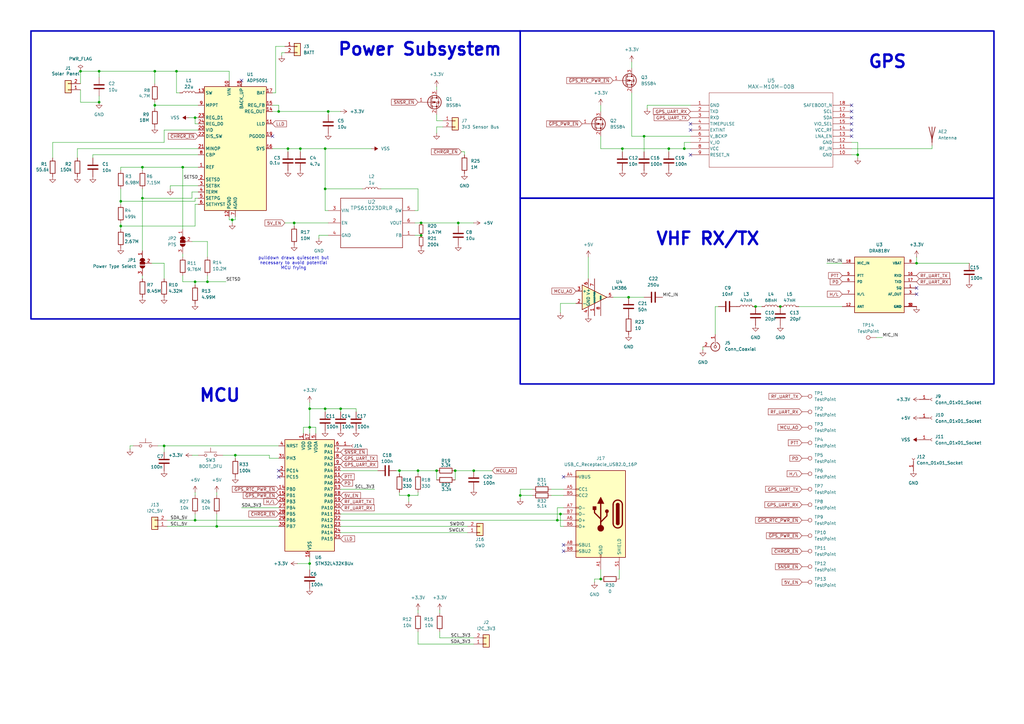
<source format=kicad_sch>
(kicad_sch (version 20231120) (generator "eeschema") (generator_version "8.0")
  (paper "A3")
  (junction (at 187.96 91.44))
  (junction (at 172.72 91.44))
  (junction (at 74.93 68.58))
  (junction (at 375.92 107.95))
  (junction (at 246.38 237.49))
  (junction (at 171.45 193.04))
  (junction (at 96.52 186.69))
  (junction (at 172.72 96.52))
  (junction (at 163.83 193.04))
  (junction (at 179.07 193.04))
  (junction (at 120.65 91.44))
  (junction (at 63.5 29.21))
  (junction (at 67.31 182.88))
  (junction (at 134.62 45.72))
  (junction (at 123.19 60.96))
  (junction (at 58.42 68.58))
  (junction (at 80.01 48.26))
  (junction (at 309.88 125.73))
  (junction (at 139.7 167.64))
  (junction (at 40.64 29.21))
  (junction (at 49.53 92.71))
  (junction (at 127 231.14))
  (junction (at 274.32 60.96))
  (junction (at 118.11 60.96))
  (junction (at 257.81 121.92))
  (junction (at 351.79 63.5))
  (junction (at 213.36 203.2))
  (junction (at 255.27 60.96))
  (junction (at 80.01 115.57))
  (junction (at 95.25 90.17))
  (junction (at 49.53 82.55))
  (junction (at 133.35 60.96))
  (junction (at 133.35 167.64))
  (junction (at 229.87 210.82))
  (junction (at 72.39 29.21))
  (junction (at 280.67 60.96))
  (junction (at 320.04 125.73))
  (junction (at 58.42 81.28))
  (junction (at 85.09 115.57))
  (junction (at 186.69 193.04))
  (junction (at 80.01 213.36))
  (junction (at 264.16 55.88))
  (junction (at 40.64 41.91))
  (junction (at 194.31 193.04))
  (junction (at 33.02 29.21))
  (junction (at 167.64 203.2))
  (junction (at 133.35 77.47))
  (junction (at 127 175.26))
  (junction (at 114.3 45.72))
  (junction (at 127 167.64))
  (junction (at 228.6 213.36))
  (junction (at 63.5 43.18))
  (junction (at 88.9 215.9))
  (no_connect (at 114.3 195.58))
  (no_connect (at 231.14 223.52))
  (no_connect (at 231.14 226.06))
  (no_connect (at 349.25 50.8))
  (no_connect (at 349.25 45.72))
  (no_connect (at 99.06 33.02))
  (no_connect (at 375.92 120.65))
  (no_connect (at 283.21 53.34))
  (no_connect (at 349.25 53.34))
  (no_connect (at 349.25 55.88))
  (no_connect (at 283.21 50.8))
  (no_connect (at 349.25 48.26))
  (no_connect (at 283.21 63.5))
  (no_connect (at 349.25 43.18))
  (no_connect (at 231.14 195.58))
  (no_connect (at 114.3 193.04))
  (no_connect (at 111.76 55.88))
  (no_connect (at 375.92 118.11))
  (wire (pts (xy 274.32 60.96) (xy 280.67 60.96)))
  (wire (pts (xy 93.98 90.17) (xy 95.25 90.17)))
  (wire (pts (xy 40.64 39.37) (xy 40.64 41.91)))
  (wire (pts (xy 81.28 53.34) (xy 67.31 53.34)))
  (wire (pts (xy 231.14 200.66) (xy 226.06 200.66)))
  (wire (pts (xy 133.35 168.91) (xy 133.35 167.64)))
  (wire (pts (xy 115.57 21.59) (xy 115.57 22.86)))
  (wire (pts (xy 194.31 193.04) (xy 201.93 193.04)))
  (wire (pts (xy 134.62 45.72) (xy 134.62 46.99)))
  (wire (pts (xy 80.01 213.36) (xy 114.3 213.36)))
  (wire (pts (xy 31.75 60.96) (xy 81.28 60.96)))
  (wire (pts (xy 339.09 107.95) (xy 345.44 107.95)))
  (wire (pts (xy 80.01 201.93) (xy 80.01 203.2)))
  (wire (pts (xy 153.67 200.66) (xy 139.7 200.66)))
  (wire (pts (xy 96.52 186.69) (xy 91.44 186.69)))
  (wire (pts (xy 127 175.26) (xy 127 177.8)))
  (wire (pts (xy 246.38 237.49) (xy 246.38 233.68)))
  (wire (pts (xy 187.96 91.44) (xy 194.31 91.44)))
  (wire (pts (xy 139.7 193.04) (xy 154.94 193.04)))
  (wire (pts (xy 49.53 82.55) (xy 49.53 83.82)))
  (wire (pts (xy 133.35 77.47) (xy 133.35 86.36)))
  (wire (pts (xy 229.87 124.46) (xy 236.22 124.46)))
  (wire (pts (xy 162.56 193.04) (xy 163.83 193.04)))
  (wire (pts (xy 327.66 125.73) (xy 345.44 125.73)))
  (wire (pts (xy 134.62 96.52) (xy 130.81 96.52)))
  (wire (pts (xy 33.02 29.21) (xy 40.64 29.21)))
  (wire (pts (xy 133.35 60.96) (xy 152.4 60.96)))
  (wire (pts (xy 229.87 215.9) (xy 231.14 215.9)))
  (wire (pts (xy 96.52 187.96) (xy 96.52 186.69)))
  (wire (pts (xy 187.96 91.44) (xy 187.96 92.71)))
  (wire (pts (xy 72.39 29.21) (xy 93.98 29.21)))
  (wire (pts (xy 124.46 175.26) (xy 127 175.26)))
  (wire (pts (xy 49.53 92.71) (xy 49.53 91.44)))
  (wire (pts (xy 139.7 167.64) (xy 139.7 168.91)))
  (wire (pts (xy 77.47 48.26) (xy 80.01 48.26)))
  (wire (pts (xy 67.31 53.34) (xy 67.31 58.42)))
  (wire (pts (xy 40.64 29.21) (xy 40.64 31.75)))
  (wire (pts (xy 110.49 187.96) (xy 110.49 186.69)))
  (wire (pts (xy 74.93 68.58) (xy 74.93 93.98)))
  (wire (pts (xy 130.81 96.52) (xy 130.81 97.79)))
  (wire (pts (xy 134.62 45.72) (xy 139.7 45.72)))
  (wire (pts (xy 96.52 88.9) (xy 96.52 90.17)))
  (wire (pts (xy 163.83 193.04) (xy 163.83 194.31)))
  (wire (pts (xy 170.18 91.44) (xy 172.72 91.44)))
  (wire (pts (xy 33.02 41.91) (xy 40.64 41.91)))
  (wire (pts (xy 375.92 105.41) (xy 375.92 107.95)))
  (wire (pts (xy 114.3 187.96) (xy 110.49 187.96)))
  (wire (pts (xy 265.43 43.18) (xy 265.43 44.45)))
  (wire (pts (xy 88.9 210.82) (xy 88.9 215.9)))
  (wire (pts (xy 95.25 90.17) (xy 96.52 90.17)))
  (wire (pts (xy 129.54 175.26) (xy 127 175.26)))
  (wire (pts (xy 53.34 182.88) (xy 53.34 184.15)))
  (wire (pts (xy 163.83 193.04) (xy 171.45 193.04)))
  (wire (pts (xy 139.7 213.36) (xy 228.6 213.36)))
  (wire (pts (xy 163.83 201.93) (xy 163.83 203.2)))
  (wire (pts (xy 74.93 115.57) (xy 80.01 115.57)))
  (wire (pts (xy 80.01 82.55) (xy 49.53 82.55)))
  (wire (pts (xy 111.76 43.18) (xy 114.3 43.18)))
  (wire (pts (xy 264.16 55.88) (xy 259.08 55.88)))
  (wire (pts (xy 254 237.49) (xy 254 233.68)))
  (wire (pts (xy 231.14 203.2) (xy 226.06 203.2)))
  (wire (pts (xy 21.59 58.42) (xy 67.31 58.42)))
  (wire (pts (xy 283.21 58.42) (xy 280.67 58.42)))
  (wire (pts (xy 243.84 238.76) (xy 243.84 237.49)))
  (wire (pts (xy 54.61 182.88) (xy 53.34 182.88)))
  (wire (pts (xy 118.11 60.96) (xy 118.11 62.23)))
  (wire (pts (xy 49.53 77.47) (xy 49.53 82.55)))
  (wire (pts (xy 73.66 38.1) (xy 72.39 38.1)))
  (wire (pts (xy 81.28 81.28) (xy 80.01 81.28)))
  (wire (pts (xy 349.25 60.96) (xy 382.27 60.96)))
  (wire (pts (xy 148.59 77.47) (xy 133.35 77.47)))
  (wire (pts (xy 349.25 63.5) (xy 351.79 63.5)))
  (wire (pts (xy 213.36 200.66) (xy 213.36 203.2)))
  (wire (pts (xy 62.23 107.95) (xy 67.31 107.95)))
  (wire (pts (xy 111.76 45.72) (xy 114.3 45.72)))
  (wire (pts (xy 33.02 36.83) (xy 33.02 41.91)))
  (wire (pts (xy 283.21 55.88) (xy 264.16 55.88)))
  (wire (pts (xy 113.03 19.05) (xy 113.03 38.1)))
  (wire (pts (xy 293.37 125.73) (xy 294.64 125.73)))
  (wire (pts (xy 213.36 203.2) (xy 213.36 204.47)))
  (wire (pts (xy 228.6 208.28) (xy 231.14 208.28)))
  (wire (pts (xy 382.27 60.96) (xy 382.27 59.69)))
  (wire (pts (xy 171.45 193.04) (xy 179.07 193.04)))
  (wire (pts (xy 63.5 43.18) (xy 63.5 44.45)))
  (wire (pts (xy 85.09 99.06) (xy 85.09 105.41)))
  (wire (pts (xy 114.3 45.72) (xy 134.62 45.72)))
  (wire (pts (xy 113.03 38.1) (xy 111.76 38.1)))
  (wire (pts (xy 264.16 55.88) (xy 264.16 62.23)))
  (wire (pts (xy 186.69 193.04) (xy 186.69 196.85)))
  (wire (pts (xy 80.01 210.82) (xy 80.01 213.36)))
  (wire (pts (xy 194.31 264.16) (xy 171.45 264.16)))
  (wire (pts (xy 67.31 182.88) (xy 114.3 182.88)))
  (wire (pts (xy 121.92 231.14) (xy 127 231.14)))
  (wire (pts (xy 146.05 167.64) (xy 139.7 167.64)))
  (wire (pts (xy 127 165.1) (xy 127 167.64)))
  (wire (pts (xy 120.65 91.44) (xy 134.62 91.44)))
  (wire (pts (xy 127 228.6) (xy 127 231.14)))
  (wire (pts (xy 231.14 210.82) (xy 229.87 210.82)))
  (wire (pts (xy 67.31 182.88) (xy 64.77 182.88)))
  (wire (pts (xy 127 231.14) (xy 127 233.68)))
  (wire (pts (xy 40.64 29.21) (xy 63.5 29.21)))
  (wire (pts (xy 74.93 115.57) (xy 74.93 113.03)))
  (wire (pts (xy 67.31 182.88) (xy 67.31 185.42)))
  (wire (pts (xy 58.42 68.58) (xy 58.42 69.85)))
  (wire (pts (xy 80.01 48.26) (xy 81.28 48.26)))
  (wire (pts (xy 38.1 63.5) (xy 81.28 63.5)))
  (wire (pts (xy 228.6 213.36) (xy 228.6 208.28)))
  (wire (pts (xy 170.18 96.52) (xy 172.72 96.52)))
  (wire (pts (xy 78.74 99.06) (xy 85.09 99.06)))
  (wire (pts (xy 58.42 68.58) (xy 74.93 68.58)))
  (wire (pts (xy 246.38 60.96) (xy 255.27 60.96)))
  (wire (pts (xy 259.08 55.88) (xy 259.08 38.1)))
  (wire (pts (xy 257.81 121.92) (xy 264.16 121.92)))
  (wire (pts (xy 280.67 58.42) (xy 280.67 60.96)))
  (wire (pts (xy 74.93 68.58) (xy 81.28 68.58)))
  (wire (pts (xy 251.46 121.92) (xy 257.81 121.92)))
  (wire (pts (xy 171.45 203.2) (xy 167.64 203.2)))
  (wire (pts (xy 179.07 193.04) (xy 179.07 196.85)))
  (wire (pts (xy 243.84 237.49) (xy 246.38 237.49)))
  (wire (pts (xy 351.79 58.42) (xy 351.79 63.5)))
  (wire (pts (xy 81.28 78.74) (xy 78.74 78.74)))
  (wire (pts (xy 85.09 115.57) (xy 85.09 113.03)))
  (wire (pts (xy 116.84 91.44) (xy 120.65 91.44)))
  (wire (pts (xy 167.64 203.2) (xy 167.64 205.74)))
  (wire (pts (xy 246.38 60.96) (xy 246.38 55.88)))
  (wire (pts (xy 171.45 193.04) (xy 171.45 194.31)))
  (wire (pts (xy 163.83 203.2) (xy 167.64 203.2)))
  (wire (pts (xy 259.08 25.4) (xy 259.08 27.94)))
  (wire (pts (xy 156.21 77.47) (xy 171.45 77.47)))
  (wire (pts (xy 69.85 76.2) (xy 81.28 76.2)))
  (wire (pts (xy 180.34 259.08) (xy 180.34 261.62)))
  (wire (pts (xy 49.53 68.58) (xy 49.53 69.85)))
  (wire (pts (xy 67.31 107.95) (xy 67.31 114.3)))
  (wire (pts (xy 194.31 261.62) (xy 180.34 261.62)))
  (wire (pts (xy 133.35 167.64) (xy 127 167.64)))
  (wire (pts (xy 171.45 77.47) (xy 171.45 86.36)))
  (wire (pts (xy 171.45 259.08) (xy 171.45 264.16)))
  (wire (pts (xy 246.38 43.18) (xy 246.38 45.72)))
  (wire (pts (xy 133.35 167.64) (xy 139.7 167.64)))
  (wire (pts (xy 186.69 193.04) (xy 194.31 193.04)))
  (wire (pts (xy 81.28 50.8) (xy 80.01 50.8)))
  (wire (pts (xy 190.5 63.5) (xy 190.5 62.23)))
  (wire (pts (xy 80.01 81.28) (xy 80.01 82.55)))
  (wire (pts (xy 58.42 81.28) (xy 58.42 102.87)))
  (wire (pts (xy 280.67 60.96) (xy 283.21 60.96)))
  (wire (pts (xy 49.53 92.71) (xy 49.53 93.98)))
  (wire (pts (xy 139.7 218.44) (xy 191.77 218.44)))
  (wire (pts (xy 180.34 250.19) (xy 180.34 251.46)))
  (wire (pts (xy 229.87 124.46) (xy 229.87 128.27)))
  (wire (pts (xy 80.01 50.8) (xy 80.01 48.26)))
  (wire (pts (xy 95.25 90.17) (xy 95.25 91.44)))
  (wire (pts (xy 123.19 62.23) (xy 123.19 60.96)))
  (wire (pts (xy 81.28 186.69) (xy 78.74 186.69)))
  (wire (pts (xy 139.7 210.82) (xy 229.87 210.82)))
  (wire (pts (xy 99.06 208.28) (xy 114.3 208.28)))
  (wire (pts (xy 111.76 60.96) (xy 118.11 60.96)))
  (wire (pts (xy 63.5 29.21) (xy 72.39 29.21)))
  (wire (pts (xy 80.01 83.82) (xy 81.28 83.82)))
  (wire (pts (xy 114.3 43.18) (xy 114.3 45.72)))
  (wire (pts (xy 21.59 58.42) (xy 21.59 64.77)))
  (wire (pts (xy 255.27 60.96) (xy 274.32 60.96)))
  (wire (pts (xy 72.39 38.1) (xy 72.39 29.21)))
  (wire (pts (xy 58.42 77.47) (xy 58.42 81.28)))
  (wire (pts (xy 58.42 113.03) (xy 58.42 114.3)))
  (wire (pts (xy 229.87 210.82) (xy 229.87 215.9)))
  (wire (pts (xy 171.45 201.93) (xy 171.45 203.2)))
  (wire (pts (xy 179.07 52.07) (xy 179.07 54.61)))
  (wire (pts (xy 58.42 68.58) (xy 49.53 68.58)))
  (wire (pts (xy 113.03 19.05) (xy 116.84 19.05)))
  (wire (pts (xy 231.14 213.36) (xy 228.6 213.36)))
  (wire (pts (xy 123.19 60.96) (xy 133.35 60.96)))
  (wire (pts (xy 116.84 21.59) (xy 115.57 21.59)))
  (wire (pts (xy 80.01 115.57) (xy 80.01 116.84)))
  (wire (pts (xy 133.35 86.36) (xy 134.62 86.36)))
  (wire (pts (xy 63.5 29.21) (xy 63.5 34.29)))
  (wire (pts (xy 241.3 105.41) (xy 241.3 114.3)))
  (wire (pts (xy 397.51 107.95) (xy 375.92 107.95)))
  (wire (pts (xy 33.02 34.29) (xy 33.02 29.21)))
  (wire (pts (xy 171.45 250.19) (xy 171.45 251.46)))
  (wire (pts (xy 274.32 60.96) (xy 274.32 62.23)))
  (wire (pts (xy 293.37 125.73) (xy 293.37 137.16)))
  (wire (pts (xy 124.46 177.8) (xy 124.46 175.26)))
  (wire (pts (xy 93.98 33.02) (xy 93.98 29.21)))
  (wire (pts (xy 85.09 115.57) (xy 92.71 115.57)))
  (wire (pts (xy 181.61 52.07) (xy 179.07 52.07)))
  (wire (pts (xy 88.9 215.9) (xy 114.3 215.9)))
  (wire (pts (xy 69.85 77.47) (xy 69.85 76.2)))
  (wire (pts (xy 127 167.64) (xy 127 175.26)))
  (wire (pts (xy 120.65 91.44) (xy 120.65 92.71)))
  (wire (pts (xy 93.98 88.9) (xy 93.98 90.17)))
  (wire (pts (xy 78.74 81.28) (xy 58.42 81.28)))
  (wire (pts (xy 38.1 63.5) (xy 38.1 64.77)))
  (wire (pts (xy 31.75 64.77) (xy 31.75 60.96)))
  (wire (pts (xy 179.07 46.99) (xy 179.07 49.53)))
  (wire (pts (xy 218.44 200.66) (xy 213.36 200.66)))
  (wire (pts (xy 218.44 203.2) (xy 213.36 203.2)))
  (wire (pts (xy 129.54 177.8) (xy 129.54 175.26)))
  (wire (pts (xy 146.05 168.91) (xy 146.05 167.64)))
  (wire (pts (xy 133.35 60.96) (xy 133.35 77.47)))
  (wire (pts (xy 309.88 125.73) (xy 312.42 125.73)))
  (wire (pts (xy 283.21 43.18) (xy 265.43 43.18)))
  (wire (pts (xy 110.49 186.69) (xy 96.52 186.69)))
  (wire (pts (xy 49.53 92.71) (xy 80.01 92.71)))
  (wire (pts (xy 80.01 115.57) (xy 85.09 115.57)))
  (wire (pts (xy 88.9 201.93) (xy 88.9 203.2)))
  (wire (pts (xy 190.5 62.23) (xy 189.23 62.23)))
  (wire (pts (xy 80.01 92.71) (xy 80.01 83.82)))
  (wire (pts (xy 78.74 78.74) (xy 78.74 81.28)))
  (wire (pts (xy 179.07 35.56) (xy 179.07 36.83)))
  (wire (pts (xy 288.29 142.24) (xy 288.29 143.51)))
  (wire (pts (xy 88.9 215.9) (xy 68.58 215.9)))
  (wire (pts (xy 139.7 215.9) (xy 191.77 215.9)))
  (wire (pts (xy 255.27 60.96) (xy 255.27 62.23)))
  (wire (pts (xy 179.07 49.53) (xy 181.61 49.53)))
  (wire (pts (xy 359.41 138.43) (xy 361.95 138.43)))
  (wire (pts (xy 63.5 43.18) (xy 81.28 43.18)))
  (wire (pts (xy 118.11 60.96) (xy 123.19 60.96)))
  (wire (pts (xy 74.93 104.14) (xy 74.93 105.41)))
  (wire (pts (xy 351.79 64.77) (xy 351.79 63.5)))
  (wire (pts (xy 80.01 213.36) (xy 68.58 213.36)))
  (wire (pts (xy 171.45 86.36) (xy 170.18 86.36)))
  (wire (pts (xy 172.72 91.44) (xy 187.96 91.44)))
  (wire (pts (xy 349.25 58.42) (xy 351.79 58.42)))
  (wire (pts (xy 63.5 43.18) (xy 63.5 41.91)))
  (rectangle (start 213.36 12.7) (end 407.67 81.28) (stroke (width 0.635)))
  (rectangle (start 213.36 81.28) (end 407.67 157.48) (stroke (width 0.635)))
  (rectangle (start 12.7 12.7) (end 213.36 130.81) (stroke (width 0.635)))
  (text "GPS\n" (at 363.982 25.4 0) (effects (font (size 5.08 5.08) (bold yes))))
  (text "VHF RX/TX\n" (at 290.322 98.044 0) (effects (font (size 5.08 5.08) (thickness 1.016) (bold yes))))
  (text "Power Subsystem\n" (at 172.212 20.32 0) (effects (font (size 5.08 5.08) (bold yes))))
  (text "MCU\n" (at 90.17 162.306 0) (effects (font (size 5.08 5.08) (bold yes))))
  (text "pulldown draws quiescent but\nnecessary to avoid potential\nMCU frying\n" (at 120.396 107.95 0) (effects (font (size 1.27 1.27))))
  (label "SWCLK" (at 190.5 218.44 180))
  (label "MIC_IN" (at 271.78 121.92 0))
  (label "SDA_3V3" (at 99.06 208.28 0))
  (label "MIC_IN" (at 339.09 107.95 0))
  (label "SETSD" (at 81.28 73.66 180))
  (label "SDA_5V" (at 69.85 213.36 0))
  (label "SCL_3V3" (at 193.04 261.62 180))
  (label "SCL_3V3" (at 153.67 200.66 180))
  (label "SDA_3V3" (at 193.04 264.16 180))
  (label "SCL_5V" (at 69.85 215.9 0))
  (label "SETSD" (at 92.71 115.57 0))
  (label "MIC_IN" (at 361.95 138.43 0))
  (label "SWDIO" (at 190.5 215.9 180))
  (global_label "MCU_AO" (shape input) (at 328.93 175.26 180) (property "Intersheetrefs" "${INTERSHEET_REFS}" (effects (hide yes))))
  (global_label "PD" (shape input) (at 345.44 115.57 180) (property "Intersheetrefs" "${INTERSHEET_REFS}" (effects (hide yes))))
  (global_label "~{CHRGR_EN}" (shape input) (at 114.3 210.82 180) (property "Intersheetrefs" "${INTERSHEET_REFS}" (effects (hide yes))))
  (global_label "GPS_UART_RX" (shape input) (at 139.7 190.5 0) (property "Intersheetrefs" "${INTERSHEET_REFS}" (effects (hide yes))))
  (global_label "PTT" (shape input) (at 345.44 113.03 180) (property "Intersheetrefs" "${INTERSHEET_REFS}" (effects (hide yes))))
  (global_label "H{slash}L" (shape input) (at 114.3 205.74 180) (property "Intersheetrefs" "${INTERSHEET_REFS}" (effects (hide yes))))
  (global_label "PD" (shape input) (at 328.93 187.96 180) (property "Intersheetrefs" "${INTERSHEET_REFS}" (effects (hide yes))))
  (global_label "~{CHRGR_EN}" (shape input) (at 189.23 62.23 180) (property "Intersheetrefs" "${INTERSHEET_REFS}" (effects (hide yes))))
  (global_label "~{GPS_PWR_EN}" (shape input) (at 238.76 50.8 180) (property "Intersheetrefs" "${INTERSHEET_REFS}" (effects (hide yes))))
  (global_label "GPS_UART_TX" (shape input) (at 283.21 48.26 180) (property "Intersheetrefs" "${INTERSHEET_REFS}" (effects (hide yes))))
  (global_label "MCU_AO" (shape input) (at 201.93 193.04 0) (property "Intersheetrefs" "${INTERSHEET_REFS}" (effects (hide yes))))
  (global_label "PD" (shape input) (at 139.7 198.12 0) (property "Intersheetrefs" "${INTERSHEET_REFS}" (effects (hide yes))))
  (global_label "GPS_UART_TX" (shape input) (at 139.7 187.96 0) (property "Intersheetrefs" "${INTERSHEET_REFS}" (effects (hide yes))))
  (global_label "5V_EN" (shape input) (at 139.7 203.2 0) (property "Intersheetrefs" "${INTERSHEET_REFS}" (effects (hide yes))))
  (global_label "GPS_UART_RX" (shape input) (at 283.21 45.72 180) (property "Intersheetrefs" "${INTERSHEET_REFS}" (effects (hide yes))))
  (global_label "~{GPS_PWR_EN}" (shape input) (at 114.3 203.2 180) (property "Intersheetrefs" "${INTERSHEET_REFS}" (effects (hide yes))))
  (global_label "RF_UART_RX" (shape input) (at 139.7 208.28 0) (property "Intersheetrefs" "${INTERSHEET_REFS}" (effects (hide yes))))
  (global_label "RF_UART_RX" (shape input) (at 375.92 115.57 0) (property "Intersheetrefs" "${INTERSHEET_REFS}" (effects (hide yes))))
  (global_label "~{SNSR_EN}" (shape input) (at 139.7 185.42 0) (property "Intersheetrefs" "${INTERSHEET_REFS}" (effects (hide yes))))
  (global_label "5V_EN" (shape input) (at 328.93 238.76 180) (property "Intersheetrefs" "${INTERSHEET_REFS}" (effects (hide yes))))
  (global_label "~{GPS_RTC_PWR_EN}" (shape input) (at 328.93 213.36 180) (property "Intersheetrefs" "${INTERSHEET_REFS}" (effects (hide yes))))
  (global_label "PTT" (shape input) (at 139.7 195.58 0) (property "Intersheetrefs" "${INTERSHEET_REFS}" (effects (hide yes))))
  (global_label "GPS_UART_TX" (shape input) (at 328.93 200.66 180) (property "Intersheetrefs" "${INTERSHEET_REFS}" (effects (hide yes))))
  (global_label "~{GPS_RTC_PWR_EN}" (shape input) (at 114.3 200.66 180) (property "Intersheetrefs" "${INTERSHEET_REFS}" (effects (hide yes))))
  (global_label "H{slash}L" (shape input) (at 345.44 120.65 180) (property "Intersheetrefs" "${INTERSHEET_REFS}" (effects (hide yes))))
  (global_label "RF_UART_TX" (shape input) (at 375.92 113.03 0) (property "Intersheetrefs" "${INTERSHEET_REFS}" (effects (hide yes))))
  (global_label "~{SNSR_EN}" (shape input) (at 171.45 41.91 180) (property "Intersheetrefs" "${INTERSHEET_REFS}" (effects (hide yes))))
  (global_label "~{GPS_PWR_EN}" (shape input) (at 328.93 219.71 180) (property "Intersheetrefs" "${INTERSHEET_REFS}" (effects (hide yes))))
  (global_label "MCU_AO" (shape input) (at 236.22 119.38 180) (property "Intersheetrefs" "${INTERSHEET_REFS}" (effects (hide yes))))
  (global_label "~{CHRGR_EN}" (shape input) (at 328.93 226.06 180) (property "Intersheetrefs" "${INTERSHEET_REFS}" (effects (hide yes))))
  (global_label "RF_UART_TX" (shape input) (at 328.93 162.56 180) (property "Intersheetrefs" "${INTERSHEET_REFS}" (effects (hide yes))))
  (global_label "PTT" (shape input) (at 328.93 181.61 180) (property "Intersheetrefs" "${INTERSHEET_REFS}" (effects (hide yes))))
  (global_label "LLD" (shape input) (at 139.7 220.98 0) (property "Intersheetrefs" "${INTERSHEET_REFS}" (effects (hide yes))))
  (global_label "~{SNSR_EN}" (shape input) (at 328.93 232.41 180) (property "Intersheetrefs" "${INTERSHEET_REFS}" (effects (hide yes))))
  (global_label "5V_EN" (shape input) (at 116.84 91.44 180) (property "Intersheetrefs" "${INTERSHEET_REFS}" (effects (hide yes))))
  (global_label "~{GPS_RTC_PWR_EN}" (shape input) (at 251.46 33.02 180) (property "Intersheetrefs" "${INTERSHEET_REFS}" (effects (hide yes))))
  (global_label "GPS_UART_RX" (shape input) (at 328.93 207.01 180) (property "Intersheetrefs" "${INTERSHEET_REFS}" (effects (hide yes))))
  (global_label "RF_UART_TX" (shape input) (at 139.7 205.74 0) (property "Intersheetrefs" "${INTERSHEET_REFS}" (effects (hide yes))))
  (global_label "RF_UART_RX" (shape input) (at 328.93 168.91 180) (property "Intersheetrefs" "${INTERSHEET_REFS}" (effects (hide yes))))
  (global_label "~{CHRGR_EN}" (shape input) (at 81.28 55.88 180) (property "Intersheetrefs" "${INTERSHEET_REFS}" (effects (hide yes))))
  (global_label "H{slash}L" (shape input) (at 328.93 194.31 180) (property "Intersheetrefs" "${INTERSHEET_REFS}" (effects (hide yes))))
  (global_label "LLD" (shape input) (at 111.76 50.8 0) (property "Intersheetrefs" "${INTERSHEET_REFS}" (effects (hide yes))))
  (symbol (lib_id "power:GND") (at 120.65 100.33 0) (unit 1)
    (property "Reference" "#PWR017" (effects (hide yes)))
    (property "Value" "GND" (effects (hide yes)))
    (property "Description" "Power symbol creates a global label with name \"GND\" , ground" (effects (hide yes)))
  )
  (symbol (lib_id "Device:R") (at 190.5 67.31 0) (unit 1)
    (property "Reference" "R25" (at 193.04 66.0399 0) (effects (justify left)))
    (property "Value" "1M" (at 193.04 68.5799 0) (effects (justify left)))
    (property "Description" "Resistor" (effects (hide yes)))
  )
  (symbol (lib_id "power:GND") (at 274.32 69.85 0) (unit 1)
    (property "Reference" "#PWR050" (effects (hide yes)))
    (property "Value" "GND" (effects (hide yes)))
    (property "Description" "Power symbol creates a global label with name \"GND\" , ground" (effects (hide yes)))
  )
  (symbol (lib_id "Device:C") (at 118.11 66.04 0) (unit 1)
    (property "Reference" "C3" (at 112.268 64.77 0) (effects (justify left)))
    (property "Value" "0.1u" (at 110.49 66.802 0) (effects (justify left)))
    (property "Description" "Unpolarized capacitor" (effects (hide yes)))
  )
  (symbol (lib_id "power:VSS") (at 152.4 60.96 270) (unit 1)
    (property "Reference" "#PWR024" (effects (hide yes)))
    (property "Value" "VSS" (at 156.21 60.9599 90) (effects (justify left)))
    (property "Description" "Power symbol creates a global label with name \"VSS\"" (effects (hide yes)))
  )
  (symbol (lib_id "Jumper:SolderJumper_3_Bridged12") (at 74.93 99.06 90) (mirror x) (unit 1) (exclude_from_sim yes) (in_bom no)
    (property "Reference" "JP2" (at 72.39 97.7899 90) (effects (justify left)))
    (property "Value" "PTS" (at 72.39 100.3299 90) (effects (justify left)))
    (property "Description" "3-pole Solder Jumper, pins 1+2 closed/bridged" (effects (hide yes)))
  )
  (symbol (lib_id "Device:R") (at 163.83 198.12 0) (unit 1)
    (property "Reference" "R16" (at 165.1 196.85 0) (effects (justify left)))
    (property "Value" "330" (at 165.1 199.39 0) (effects (justify left)))
    (property "Description" "Resistor" (effects (hide yes)))
  )
  (symbol (lib_id "Connector:USB_C_Receptacle_USB2.0_16P") (at 246.38 210.82 0) (mirror y) (unit 1)
    (property "Reference" "J17" (at 246.38 187.96 0))
    (property "Value" "USB_C_Receptacle_USB2.0_16P" (at 246.38 190.5 0))
    (property "Datasheet" "https://www.usb.org/sites/default/files/documents/usb_type-c.zip" (effects (hide yes)))
    (property "Description" "USB 2.0-only 16P Type-C Receptacle connector" (effects (hide yes)))
  )
  (symbol (lib_id "Connector_Generic:Conn_01x02") (at 121.92 19.05 0) (unit 1)
    (property "Reference" "J3" (at 124.46 19.0499 0) (effects (justify left)))
    (property "Value" "BATT" (at 124.46 21.5899 0) (effects (justify left)))
    (property "Description" "Generic connector, single row, 01x02, script generated (kicad-library-utils/schlib/autogen/connector/)" (effects (hide yes)))
  )
  (symbol (lib_id "Device:R") (at 58.42 118.11 0) (unit 1)
    (property "Reference" "R7" (at 60.198 116.84 0) (effects (justify left)))
    (property "Value" "8.45M" (at 60.198 119.38 0) (effects (justify left)))
    (property "Description" "Resistor" (effects (hide yes)))
  )
  (symbol (lib_id "Device:R_Small") (at 172.72 93.98 0) (unit 1)
    (property "Reference" "R20" (at 175.26 92.7099 0) (effects (justify left)))
    (property "Value" "1.47M" (at 175.26 95.2499 0) (effects (justify left)))
    (property "Description" "Resistor, small symbol" (effects (hide yes)))
  )
  (symbol (lib_id "power:+3.3V") (at 179.07 35.56 0) (unit 1)
    (property "Reference" "#PWR029" (effects (hide yes)))
    (property "Value" "+3.3V" (at 179.07 30.48 0))
    (property "Description" "Power symbol creates a global label with name \"+3.3V\"" (effects (hide yes)))
  )
  (symbol (lib_id "Device:R") (at 58.42 73.66 0) (unit 1)
    (property "Reference" "R6" (at 59.944 72.39 0) (effects (justify left)))
    (property "Value" "7.15M" (at 59.944 74.93 0) (effects (justify left)))
    (property "Description" "Resistor" (effects (hide yes)))
  )
  (symbol (lib_id "Device:R") (at 31.75 68.58 180) (unit 1)
    (property "Reference" "R2" (at 26.67 67.31 0) (effects (justify right)))
    (property "Value" "150k" (at 24.638 69.596 0) (effects (justify right)))
    (property "Description" "Resistor" (effects (hide yes)))
  )
  (symbol (lib_id "Connector:TestPoint") (at 328.93 175.26 270) (unit 1)
    (property "Reference" "TP3" (at 334.01 173.9899 90) (effects (justify left)))
    (property "Value" "TestPoint" (at 334.01 176.5299 90) (effects (justify left)))
    (property "Description" "test point" (effects (hide yes)))
  )
  (symbol (lib_id "power:GND") (at 118.11 69.85 0) (unit 1)
    (property "Reference" "#PWR016" (effects (hide yes)))
    (property "Value" "GND" (effects (hide yes)))
    (property "Description" "Power symbol creates a global label with name \"GND\" , ground" (effects (hide yes)))
  )
  (symbol (lib_id "power:+3.3V") (at 127 165.1 0) (unit 1)
    (property "Reference" "#PWR038" (effects (hide yes)))
    (property "Value" "+3.3V" (at 127 160.02 0))
    (property "Description" "Power symbol creates a global label with name \"+3.3V\"" (effects (hide yes)))
  )
  (symbol (lib_id "power:PWR_FLAG") (at 33.02 29.21 0) (unit 1)
    (property "Reference" "#FLG01" (effects (hide yes)))
    (property "Value" "PWR_FLAG" (at 33.02 24.13 0))
    (property "Description" "Special symbol for telling ERC where power comes from" (effects (hide yes)))
  )
  (symbol (lib_id "power:GND") (at 130.81 97.79 0) (unit 1)
    (property "Reference" "#PWR019" (effects (hide yes)))
    (property "Value" "GND" (at 130.81 102.87 0))
    (property "Description" "Power symbol creates a global label with name \"GND\" , ground" (effects (hide yes)))
  )
  (symbol (lib_id "power:GND") (at 133.35 176.53 0) (unit 1)
    (property "Reference" "#PWR022" (effects (hide yes)))
    (property "Value" "GND" (effects (hide yes)))
    (property "Description" "Power symbol creates a global label with name \"GND\" , ground" (effects (hide yes)))
  )
  (symbol (lib_id "power:GND") (at 243.84 238.76 0) (mirror y) (unit 1)
    (property "Reference" "#PWR027" (effects (hide yes)))
    (property "Value" "GND" (at 243.84 243.84 0))
    (property "Description" "Power symbol creates a global label with name \"GND\" , ground" (effects (hide yes)))
  )
  (symbol (lib_id "MCU_ST_STM32L4:STM32L432KBUx") (at 127 203.2 0) (unit 1)
    (property "Reference" "U6" (at 129.1941 228.6 0) (effects (justify left)))
    (property "Value" "STM32L432KBUx" (at 129.1941 231.14 0) (effects (justify left)))
    (property "Footprint" "Package_DFN_QFN:QFN-32-1EP_5x5mm_P0.5mm_EP3.45x3.45mm" (effects (hide yes)))
    (property "Datasheet" "https://www.st.com/resource/en/datasheet/stm32l432kb.pdf" (effects (hide yes)))
    (property "Description" "STMicroelectronics Arm Cortex-M4 MCU, 128KB flash, 64KB RAM, 80 MHz, 1.71-3.6V, 26 GPIO, UFQFPN32" (effects (hide yes)))
  )
  (symbol (lib_id "Transistor_FET:BSS84") (at 243.84 50.8 0) (unit 1)
    (property "Reference" "Q2" (at 250.19 49.5299 0) (effects (justify left)))
    (property "Value" "BSS84" (at 250.19 52.0699 0) (effects (justify left)))
    (property "Footprint" "Package_TO_SOT_SMD:SOT-23" (effects (hide yes)))
    (property "Datasheet" "http://assets.nexperia.com/documents/data-sheet/BSS84.pdf" (effects (hide yes)))
    (property "Description" "-0.13A Id, -50V Vds, P-Channel MOSFET, SOT-23" (effects (hide yes)))
  )
  (symbol (lib_id "Connector:Conn_01x01_Socket") (at 374.65 187.96 90) (unit 1)
    (property "Reference" "J12" (at 375.92 187.3249 90) (effects (justify right)))
    (property "Value" "Conn_01x01_Socket" (at 375.92 189.8649 90) (effects (justify right)))
    (property "Description" "Generic connector, single row, 01x01, script generated" (effects (hide yes)))
  )
  (symbol (lib_id "Device:R") (at 222.25 203.2 270) (unit 1)
    (property "Reference" "R32" (at 222.25 205.486 90))
    (property "Value" "5.1k" (at 222.25 207.518 90))
    (property "Description" "Resistor" (effects (hide yes)))
  )
  (symbol (lib_id "power:+5V") (at 88.9 201.93 0) (mirror y) (unit 1)
    (property "Reference" "#PWR066" (effects (hide yes)))
    (property "Value" "+5V" (at 88.9 196.85 0))
    (property "Description" "Power symbol creates a global label with name \"+5V\"" (effects (hide yes)))
  )
  (symbol (lib_id "Device:R") (at 85.09 109.22 0) (unit 1)
    (property "Reference" "R14" (at 87.122 107.696 0) (effects (justify left)))
    (property "Value" "10.2M" (at 87.122 110.236 0) (effects (justify left)))
    (property "Description" "Resistor" (effects (hide yes)))
  )
  (symbol (lib_id "Device:C") (at 264.16 66.04 0) (unit 1)
    (property "Reference" "C16" (at 266.7 64.77 0) (effects (justify left)))
    (property "Value" "100n" (at 266.7 67.31 0) (effects (justify left)))
    (property "Description" "Unpolarized capacitor" (effects (hide yes)))
  )
  (symbol (lib_id "Connector_Generic:Conn_01x02") (at 199.39 264.16 0) (mirror x) (unit 1)
    (property "Reference" "J2" (at 199.39 255.27 0))
    (property "Value" "I2C_3V3" (at 199.39 257.81 0))
    (property "Description" "Generic connector, single row, 01x02, script generated (kicad-library-utils/schlib/autogen/connector/)" (effects (hide yes)))
  )
  (symbol (lib_id "Connector:TestPoint") (at 328.93 207.01 270) (unit 1)
    (property "Reference" "TP8" (at 334.01 205.7399 90) (effects (justify left)))
    (property "Value" "TestPoint" (at 334.01 208.2799 90) (effects (justify left)))
    (property "Description" "test point" (effects (hide yes)))
  )
  (symbol (lib_id "Device:L") (at 306.07 125.73 90) (unit 1)
    (property "Reference" "L3" (at 306.07 120.65 90))
    (property "Value" "47nH" (at 306.07 123.19 90))
    (property "Footprint" "Inductor_SMD:L_0603_1608Metric" (effects (hide yes)))
    (property "Description" "Inductor" (effects (hide yes)))
  )
  (symbol (lib_id "Connector:Conn_01x01_Socket") (at 382.27 171.45 0) (unit 1)
    (property "Reference" "J10" (at 383.54 170.1799 0) (effects (justify left)))
    (property "Value" "Conn_01x01_Socket" (at 383.54 172.7199 0) (effects (justify left)))
    (property "Description" "Generic connector, single row, 01x01, script generated" (effects (hide yes)))
  )
  (symbol (lib_id "Device:C") (at 255.27 66.04 0) (unit 1)
    (property "Reference" "C12" (at 257.81 64.77 0) (effects (justify left)))
    (property "Value" "10n" (at 257.81 67.31 0) (effects (justify left)))
    (property "Description" "Unpolarized capacitor" (effects (hide yes)))
  )
  (symbol (lib_id "power:GND") (at 21.59 72.39 0) (unit 1)
    (property "Reference" "#PWR01" (effects (hide yes)))
    (property "Value" "GND" (effects (hide yes)))
    (property "Description" "Power symbol creates a global label with name \"GND\" , ground" (effects (hide yes)))
  )
  (symbol (lib_id "Device:C") (at 309.88 129.54 180) (unit 1)
    (property "Reference" "C10" (at 313.69 128.2699 0) (effects (justify right)))
    (property "Value" "20pF" (at 313.69 130.8099 0) (effects (justify right)))
    (property "Footprint" "Capacitor_SMD:C_0603_1608Metric" (effects (hide yes)))
    (property "Description" "Unpolarized capacitor" (effects (hide yes)))
  )
  (symbol (lib_id "power:GND") (at 257.81 137.16 0) (unit 1)
    (property "Reference" "#PWR052" (effects (hide yes)))
    (property "Value" "GND" (at 257.81 142.24 0))
    (property "Description" "Power symbol creates a global label with name \"GND\" , ground" (effects (hide yes)))
  )
  (symbol (lib_id "Device:R_Small") (at 172.72 99.06 0) (unit 1)
    (property "Reference" "R21" (at 175.26 97.7899 0) (effects (justify left)))
    (property "Value" "200k" (at 175.26 100.3299 0) (effects (justify left)))
    (property "Description" "Resistor, small symbol" (effects (hide yes)))
  )
  (symbol (lib_id "power:GND") (at 139.7 176.53 0) (unit 1)
    (property "Reference" "#PWR023" (effects (hide yes)))
    (property "Value" "GND" (effects (hide yes)))
    (property "Description" "Power symbol creates a global label with name \"GND\" , ground" (effects (hide yes)))
  )
  (symbol (lib_id "Connector:TestPoint") (at 328.93 213.36 270) (unit 1)
    (property "Reference" "TP9" (at 334.01 212.0899 90) (effects (justify left)))
    (property "Value" "TestPoint" (at 334.01 214.6299 90) (effects (justify left)))
    (property "Description" "test point" (effects (hide yes)))
  )
  (symbol (lib_id "Device:C") (at 397.51 111.76 0) (unit 1)
    (property "Reference" "C15" (at 397.764 109.728 0) (effects (justify left)))
    (property "Value" "100n" (at 398.018 114.046 0) (effects (justify left)))
    (property "Description" "Unpolarized capacitor" (effects (hide yes)))
  )
  (symbol (lib_id "Device:C") (at 320.04 129.54 0) (unit 1)
    (property "Reference" "C13" (at 323.85 128.2699 0) (effects (justify left)))
    (property "Value" "20pF" (at 323.85 130.8099 0) (effects (justify left)))
    (property "Footprint" "Capacitor_SMD:C_0603_1608Metric" (effects (hide yes)))
    (property "Description" "Unpolarized capacitor" (effects (hide yes)))
  )
  (symbol (lib_id "Device:C") (at 194.31 196.85 180) (unit 1)
    (property "Reference" "C20" (at 198.12 195.5799 0) (effects (justify right)))
    (property "Value" "100n" (at 198.12 198.1199 0) (effects (justify right)))
    (property "Footprint" "Capacitor_SMD:C_0603_1608Metric" (effects (hide yes)))
    (property "Description" "Unpolarized capacitor" (effects (hide yes)))
  )
  (symbol (lib_id "power:GND") (at 288.29 143.51 0) (unit 1)
    (property "Reference" "#PWR033" (effects (hide yes)))
    (property "Value" "GND" (at 288.29 148.59 0))
    (property "Description" "Power symbol creates a global label with name \"GND\" , ground" (effects (hide yes)))
  )
  (symbol (lib_id "Device:C") (at 67.31 189.23 0) (mirror y) (unit 1)
    (property "Reference" "C7" (at 67.056 187.198 0) (effects (justify left)))
    (property "Value" "100n" (at 66.802 191.516 0) (effects (justify left)))
    (property "Description" "Unpolarized capacitor" (effects (hide yes)))
  )
  (symbol (lib_id "Connector:TestPoint") (at 328.93 238.76 270) (unit 1)
    (property "Reference" "TP13" (at 334.01 237.4899 90) (effects (justify left)))
    (property "Value" "TestPoint" (at 334.01 240.0299 90) (effects (justify left)))
    (property "Description" "test point" (effects (hide yes)))
  )
  (symbol (lib_id "power:GND") (at 172.72 101.6 0) (unit 1)
    (property "Reference" "#PWR028" (effects (hide yes)))
    (property "Value" "GND" (effects (hide yes)))
    (property "Description" "Power symbol creates a global label with name \"GND\" , ground" (effects (hide yes)))
  )
  (symbol (lib_id "power:+3.3V") (at 259.08 25.4 0) (unit 1)
    (property "Reference" "#PWR042" (effects (hide yes)))
    (property "Value" "+3.3V" (at 259.08 20.32 0))
    (property "Description" "Power symbol creates a global label with name \"+3.3V\"" (effects (hide yes)))
  )
  (symbol (lib_id "Device:C") (at 127 237.49 0) (unit 1)
    (property "Reference" "C6" (at 127.254 235.458 0) (effects (justify left)))
    (property "Value" "100n" (at 127.508 239.776 0) (effects (justify left)))
    (property "Description" "Unpolarized capacitor" (effects (hide yes)))
  )
  (symbol (lib_id "Connector:TestPoint") (at 328.93 194.31 270) (unit 1)
    (property "Reference" "TP6" (at 334.01 193.0399 90) (effects (justify left)))
    (property "Value" "TestPoint" (at 334.01 195.5799 90) (effects (justify left)))
    (property "Description" "test point" (effects (hide yes)))
  )
  (symbol (lib_id "MAX-M10M:MAX-M10M-00B") (at 283.21 43.18 0) (unit 1)
    (property "Reference" "U5" (at 316.23 33.02 0) (effects (font (size 1.524 1.524))))
    (property "Value" "MAX-M10M-00B" (at 316.23 35.56 0) (effects (font (size 1.524 1.524))))
    (property "Footprint" "MOD18_MAX-M10M_UBL" (effects (hide yes)))
    (property "Datasheet" "MAX-M10M-00B" (effects (hide yes)))
  )
  (symbol (lib_id "power:GND") (at 146.05 176.53 0) (unit 1)
    (property "Reference" "#PWR036" (effects (hide yes)))
    (property "Value" "GND" (effects (hide yes)))
    (property "Description" "Power symbol creates a global label with name \"GND\" , ground" (effects (hide yes)))
  )
  (symbol (lib_id "Device:C") (at 123.19 66.04 0) (unit 1)
    (property "Reference" "C4" (at 127 64.7699 0) (effects (justify left)))
    (property "Value" "4.7u" (at 127 67.3099 0) (effects (justify left)))
    (property "Description" "Unpolarized capacitor" (effects (hide yes)))
  )
  (symbol (lib_id "power:GND") (at 264.16 69.85 0) (unit 1)
    (property "Reference" "#PWR045" (effects (hide yes)))
    (property "Value" "GND" (effects (hide yes)))
    (property "Description" "Power symbol creates a global label with name \"GND\" , ground" (effects (hide yes)))
  )
  (symbol (lib_id "Device:C") (at 298.45 125.73 90) (unit 1)
    (property "Reference" "C9" (at 298.45 118.11 90))
    (property "Value" "10nF" (at 298.45 120.65 90))
    (property "Footprint" "Capacitor_SMD:C_0603_1608Metric" (effects (hide yes)))
    (property "Description" "Unpolarized capacitor" (effects (hide yes)))
  )
  (symbol (lib_id "Connector:TestPoint") (at 328.93 219.71 270) (unit 1)
    (property "Reference" "TP10" (at 334.01 218.4399 90) (effects (justify left)))
    (property "Value" "TestPoint" (at 334.01 220.9799 90) (effects (justify left)))
    (property "Description" "test point" (effects (hide yes)))
  )
  (symbol (lib_id "power:GND") (at 127 241.3 0) (unit 1)
    (property "Reference" "#PWR012" (effects (hide yes)))
    (property "Value" "GND" (effects (hide yes)))
    (property "Description" "Power symbol creates a global label with name \"GND\" , ground" (effects (hide yes)))
  )
  (symbol (lib_id "Device:C") (at 40.64 35.56 0) (unit 1)
    (property "Reference" "C2" (at 44.45 34.2899 0) (effects (justify left)))
    (property "Value" "10u" (at 44.45 36.8299 0) (effects (justify left)))
    (property "Description" "Unpolarized capacitor" (effects (hide yes)))
  )
  (symbol (lib_id "Connector:TestPoint") (at 328.93 226.06 270) (unit 1)
    (property "Reference" "TP11" (at 334.01 224.7899 90) (effects (justify left)))
    (property "Value" "TestPoint" (at 334.01 227.3299 90) (effects (justify left)))
    (property "Description" "test point" (effects (hide yes)))
  )
  (symbol (lib_id "TPS61023:TPS61023DRLR") (at 152.4 91.44 0) (unit 1)
    (property "Reference" "U2" (at 152.4 82.804 0) (effects (font (size 1.524 1.524))))
    (property "Value" "TPS61023DRLR" (at 152.4 85.344 0) (effects (font (size 1.524 1.524))))
    (property "Footprint" "DRL0006A" (effects (hide yes)))
    (property "Datasheet" "TPS61023DRLR" (effects (hide yes)))
  )
  (symbol (lib_id "Device:R") (at 80.01 120.65 0) (unit 1)
    (property "Reference" "R13" (at 82.55 119.3799 0) (effects (justify left)))
    (property "Value" "4.99M" (at 82.55 121.9199 0) (effects (justify left)))
    (property "Description" "Resistor" (effects (hide yes)))
  )
  (symbol (lib_id "power:GND") (at 63.5 52.07 0) (unit 1)
    (property "Reference" "#PWR07" (effects (hide yes)))
    (property "Value" "GND" (effects (hide yes)))
    (property "Description" "Power symbol creates a global label with name \"GND\" , ground" (effects (hide yes)))
  )
  (symbol (lib_id "Connector:TestPoint") (at 328.93 162.56 270) (unit 1)
    (property "Reference" "TP1" (at 334.01 161.2899 90) (effects (justify left)))
    (property "Value" "TestPoint" (at 334.01 163.8299 90) (effects (justify left)))
    (property "Description" "test point" (effects (hide yes)))
  )
  (symbol (lib_id "Connector:Conn_01x01_Socket") (at 382.27 163.83 0) (unit 1)
    (property "Reference" "J9" (at 383.54 162.5599 0) (effects (justify left)))
    (property "Value" "Conn_01x01_Socket" (at 383.54 165.0999 0) (effects (justify left)))
    (property "Description" "Generic connector, single row, 01x01, script generated" (effects (hide yes)))
  )
  (symbol (lib_id "power:+3.3V") (at 375.92 105.41 0) (unit 1)
    (property "Reference" "#PWR040" (effects (hide yes)))
    (property "Value" "+3.3V" (at 375.92 100.33 0))
    (property "Description" "Power symbol creates a global label with name \"+3.3V\"" (effects (hide yes)))
  )
  (symbol (lib_id "Transistor_FET:BSS84") (at 256.54 33.02 0) (unit 1)
    (property "Reference" "Q3" (at 262.89 31.7499 0) (effects (justify left)))
    (property "Value" "BSS84" (at 262.89 34.2899 0) (effects (justify left)))
    (property "Footprint" "Package_TO_SOT_SMD:SOT-23" (effects (hide yes)))
    (property "Datasheet" "http://assets.nexperia.com/documents/data-sheet/BSS84.pdf" (effects (hide yes)))
    (property "Description" "-0.13A Id, -50V Vds, P-Channel MOSFET, SOT-23" (effects (hide yes)))
  )
  (symbol (lib_id "DRA818V:DRA818V") (at 360.68 118.11 0) (unit 1)
    (property "Reference" "U3" (at 360.68 100.33 0))
    (property "Value" "DRA818V" (at 360.68 102.87 0))
    (property "Footprint" "DRA818V:DORJI_DRA818V" (effects (hide yes)))
    (property "MF" "DORJI" (effects (hide yes)))
    (property "Description_1" "\n" (effects (hide yes)))
    (property "Package" "Package" (effects (hide yes)))
    (property "Price" "None" (effects (hide yes)))
    (property "Check_prices" "https://www.snapeda.com/parts/DRA818V/DORJI/view-part/?ref=eda" (effects (hide yes)))
    (property "PART_REV" "1.23" (effects (hide yes)))
    (property "STANDARD" "MANUFACTURER RECOMMENDATIONS" (effects (hide yes)))
    (property "SnapEDA_Link" "https://www.snapeda.com/parts/DRA818V/DORJI/view-part/?ref=snap" (effects (hide yes)))
    (property "MP" "DRA818V" (effects (hide yes)))
    (property "Availability" "Not in stock" (effects (hide yes)))
    (property "MANUFACTURER" "DORJI" (effects (hide yes)))
  )
  (symbol (lib_id "Device:R") (at 88.9 207.01 0) (mirror y) (unit 1)
    (property "Reference" "R26" (at 86.36 205.7399 0) (effects (justify left)))
    (property "Value" "10k" (at 86.36 208.2799 0) (effects (justify left)))
    (property "Description" "Resistor" (effects (hide yes)))
  )
  (symbol (lib_id "Connector_Generic:Conn_01x02") (at 63.5 215.9 180) (unit 1)
    (property "Reference" "J13" (at 63.5 207.01 0))
    (property "Value" "I2C_5V" (at 63.5 209.55 0))
    (property "Description" "Generic connector, single row, 01x02, script generated (kicad-library-utils/schlib/autogen/connector/)" (effects (hide yes)))
  )
  (symbol (lib_id "power:GND") (at 229.87 128.27 0) (unit 1)
    (property "Reference" "#PWR048" (effects (hide yes)))
    (property "Value" "GND" (effects (hide yes)))
    (property "Description" "Power symbol creates a global label with name \"GND\" , ground" (effects (hide yes)))
  )
  (symbol (lib_id "power:VSS") (at 77.47 48.26 90) (mirror x) (unit 1)
    (property "Reference" "#PWR010" (effects (hide yes)))
    (property "Value" "VSS" (at 73.66 48.2599 90) (effects (justify left)))
    (property "Description" "Power symbol creates a global label with name \"VSS\"" (effects (hide yes)))
  )
  (symbol (lib_id "power:+3.3V") (at 171.45 250.19 0) (mirror y) (unit 1)
    (property "Reference" "#PWR025" (effects (hide yes)))
    (property "Value" "+3.3V" (at 171.45 245.11 0))
    (property "Description" "Power symbol creates a global label with name \"+3.3V\"" (effects (hide yes)))
  )
  (symbol (lib_id "Device:R") (at 182.88 196.85 90) (unit 1)
    (property "Reference" "R22" (at 182.88 198.882 90))
    (property "Value" "3.3k" (at 182.88 190.754 90))
    (property "Footprint" "Resistor_SMD:R_0603_1608Metric" (effects (hide yes)))
    (property "Description" "Resistor" (effects (hide yes)))
  )
  (symbol (lib_id "power:GND") (at 397.51 115.57 0) (unit 1)
    (property "Reference" "#PWR043" (effects (hide yes)))
    (property "Value" "GND" (effects (hide yes)))
    (property "Description" "Power symbol creates a global label with name \"GND\" , ground" (effects (hide yes)))
  )
  (symbol (lib_id "Device:L") (at 323.85 125.73 90) (unit 1)
    (property "Reference" "L5" (at 323.85 120.65 90))
    (property "Value" "47nH" (at 323.85 123.19 90))
    (property "Footprint" "Inductor_SMD:L_0603_1608Metric" (effects (hide yes)))
    (property "Description" "Inductor" (effects (hide yes)))
  )
  (symbol (lib_id "Device:R") (at 257.81 133.35 0) (unit 1)
    (property "Reference" "R23" (at 260.35 132.0799 0) (effects (justify left)))
    (property "Value" "10" (at 260.35 134.6199 0) (effects (justify left)))
    (property "Footprint" "Resistor_SMD:R_0603_1608Metric" (effects (hide yes)))
    (property "Description" "Resistor" (effects (hide yes)))
  )
  (symbol (lib_id "Device:Antenna") (at 382.27 54.61 0) (unit 1)
    (property "Reference" "AE2" (at 384.81 53.9749 0) (effects (justify left)))
    (property "Value" "Antenna" (at 384.81 56.5149 0) (effects (justify left)))
    (property "Description" "Antenna" (effects (hide yes)))
  )
  (symbol (lib_id "power:GND") (at 351.79 64.77 0) (unit 1)
    (property "Reference" "#PWR059" (effects (hide yes)))
    (property "Value" "GND" (effects (hide yes)))
    (property "Description" "Power symbol creates a global label with name \"GND\" , ground" (effects (hide yes)))
  )
  (symbol (lib_id "power:GND") (at 53.34 184.15 0) (mirror y) (unit 1)
    (property "Reference" "#PWR072" (effects (hide yes)))
    (property "Value" "GND" (effects (hide yes)))
    (property "Description" "Power symbol creates a global label with name \"GND\" , ground" (effects (hide yes)))
  )
  (symbol (lib_id "Device:R") (at 96.52 191.77 0) (unit 1)
    (property "Reference" "R33" (at 98.044 190.5 0) (effects (justify left)))
    (property "Value" "100k" (at 98.044 193.04 0) (effects (justify left)))
    (property "Description" "Resistor" (effects (hide yes)))
  )
  (symbol (lib_id "Device:C") (at 187.96 96.52 0) (unit 1)
    (property "Reference" "C8" (at 191.008 95.25 0) (effects (justify left)))
    (property "Value" "10u" (at 191.008 97.79 0) (effects (justify left)))
    (property "Description" "Unpolarized capacitor" (effects (hide yes)))
  )
  (symbol (lib_id "Connector:TestPoint") (at 328.93 232.41 270) (unit 1)
    (property "Reference" "TP12" (at 334.01 231.1399 90) (effects (justify left)))
    (property "Value" "TestPoint" (at 334.01 233.6799 90) (effects (justify left)))
    (property "Description" "test point" (effects (hide yes)))
  )
  (symbol (lib_id "Connector:TestPoint") (at 328.93 187.96 270) (unit 1)
    (property "Reference" "TP5" (at 334.01 186.6899 90) (effects (justify left)))
    (property "Value" "TestPoint" (at 334.01 189.2299 90) (effects (justify left)))
    (property "Description" "test point" (effects (hide yes)))
  )
  (symbol (lib_id "power:GND") (at 190.5 71.12 0) (unit 1)
    (property "Reference" "#PWR065" (effects (hide yes)))
    (property "Value" "GND" (at 190.5 76.2 0))
    (property "Description" "Power symbol creates a global label with name \"GND\" , ground" (effects (hide yes)))
  )
  (symbol (lib_id "power:+5V") (at 194.31 91.44 270) (unit 1)
    (property "Reference" "#PWR032" (effects (hide yes)))
    (property "Value" "+5V" (at 198.12 91.4399 90) (effects (justify left)))
    (property "Description" "Power symbol creates a global label with name \"+5V\"" (effects (hide yes)))
  )
  (symbol (lib_id "Device:R") (at 49.53 87.63 0) (unit 1)
    (property "Reference" "R4" (at 51.054 86.36 0) (effects (justify left)))
    (property "Value" "499k" (at 51.054 88.9 0) (effects (justify left)))
    (property "Description" "Resistor" (effects (hide yes)))
  )
  (symbol (lib_id "Connector_Generic:Conn_01x02") (at 27.94 36.83 180) (unit 1)
    (property "Reference" "J1" (at 27.94 27.94 0))
    (property "Value" "Solar Panel" (at 26.924 30.226 0))
    (property "Description" "Generic connector, single row, 01x02, script generated (kicad-library-utils/schlib/autogen/connector/)" (effects (hide yes)))
  )
  (symbol (lib_id "Switch:SW_Push") (at 59.69 182.88 0) (mirror y) (unit 1)
    (property "Reference" "SW4" (effects (hide yes)))
    (property "Value" "RST" (effects (hide yes)))
    (property "Description" "Push button switch, generic, two pins" (effects (hide yes)))
  )
  (symbol (lib_id "power:GND") (at 115.57 22.86 0) (unit 1)
    (property "Reference" "#PWR014" (effects (hide yes)))
    (property "Value" "GND" (effects (hide yes)))
    (property "Description" "Power symbol creates a global label with name \"GND\" , ground" (effects (hide yes)))
  )
  (symbol (lib_id "Battery_Management:ADP5091") (at 96.52 60.96 0) (unit 1)
    (property "Reference" "U1" (at 101.2541 30.48 0) (effects (justify left)))
    (property "Value" "ADP5091" (at 101.2541 33.02 0) (effects (justify left)))
    (property "Footprint" "Package_CSP:LFCSP-24-1EP_4x4mm_P0.5mm_EP2.3x2.3mm" (effects (hide yes)))
    (property "Datasheet" "https://www.analog.com/media/en/technical-documentation/data-sheets/ADP5091-5092.pdf" (effects (hide yes)))
    (property "Description" "Ultralow Power Energy Harvester PMUs with MPPT and Charge Management, LFCSP-24" (effects (hide yes)))
  )
  (symbol (lib_id "power:GND") (at 265.43 44.45 0) (unit 1)
    (property "Reference" "#PWR046" (effects (hide yes)))
    (property "Value" "GND" (effects (hide yes)))
    (property "Description" "Power symbol creates a global label with name \"GND\" , ground" (effects (hide yes)))
  )
  (symbol (lib_id "Amplifier_Audio:LM386") (at 243.84 121.92 0) (unit 1)
    (property "Reference" "U4" (at 254 115.6014 0))
    (property "Value" "LM386" (at 254 118.1414 0))
    (property "Footprint" "Package_DIP:DIP-8_W7.62mm_Socket" (effects (hide yes)))
    (property "Datasheet" "http://www.ti.com/lit/ds/symlink/lm386.pdf" (effects (hide yes)))
    (property "Description" "Low Voltage Audio Power Amplifier, DIP-8/SOIC-8/SSOP-8" (effects (hide yes)))
  )
  (symbol (lib_id "power:GND") (at 80.01 124.46 0) (unit 1)
    (property "Reference" "#PWR011" (effects (hide yes)))
    (property "Value" "GND" (effects (hide yes)))
    (property "Description" "Power symbol creates a global label with name \"GND\" , ground" (effects (hide yes)))
  )
  (symbol (lib_id "power:+5V") (at 80.01 201.93 0) (mirror y) (unit 1)
    (property "Reference" "#PWR067" (effects (hide yes)))
    (property "Value" "+5V" (at 80.01 196.85 0))
    (property "Description" "Power symbol creates a global label with name \"+5V\"" (effects (hide yes)))
  )
  (symbol (lib_id "Device:R") (at 182.88 193.04 90) (unit 1)
    (property "Reference" "R19" (at 182.88 188.976 90))
    (property "Value" "3.3k" (at 183.134 200.66 90))
    (property "Footprint" "Resistor_SMD:R_0603_1608Metric" (effects (hide yes)))
    (property "Description" "Resistor" (effects (hide yes)))
  )
  (symbol (lib_id "Device:C") (at 146.05 172.72 0) (unit 1)
    (property "Reference" "C17" (at 146.304 170.688 0) (effects (justify left)))
    (property "Value" "100n" (at 146.558 175.006 0) (effects (justify left)))
    (property "Description" "Unpolarized capacitor" (effects (hide yes)))
  )
  (symbol (lib_id "power:+3.3V") (at 180.34 250.19 0) (mirror y) (unit 1)
    (property "Reference" "#PWR026" (effects (hide yes)))
    (property "Value" "+3.3V" (at 180.34 245.11 0))
    (property "Description" "Power symbol creates a global label with name \"+3.3V\"" (effects (hide yes)))
  )
  (symbol (lib_id "Device:R") (at 74.93 109.22 0) (unit 1)
    (property "Reference" "R11" (at 76.708 107.95 0) (effects (justify left)))
    (property "Value" "9.76M" (at 76.708 110.49 0) (effects (justify left)))
    (property "Description" "Resistor" (effects (hide yes)))
  )
  (symbol (lib_id "power:GND") (at 69.85 77.47 0) (unit 1)
    (property "Reference" "#PWR09" (effects (hide yes)))
    (property "Value" "GND" (effects (hide yes)))
    (property "Description" "Power symbol creates a global label with name \"GND\" , ground" (effects (hide yes)))
  )
  (symbol (lib_id "Connector:TestPoint") (at 328.93 200.66 270) (unit 1)
    (property "Reference" "TP7" (at 334.01 199.3899 90) (effects (justify left)))
    (property "Value" "TestPoint" (at 334.01 201.9299 90) (effects (justify left)))
    (property "Description" "test point" (effects (hide yes)))
  )
  (symbol (lib_id "power:GND") (at 38.1 72.39 0) (unit 1)
    (property "Reference" "#PWR03" (effects (hide yes)))
    (property "Value" "GND" (effects (hide yes)))
    (property "Description" "Power symbol creates a global label with name \"GND\" , ground" (effects (hide yes)))
  )
  (symbol (lib_id "Device:L") (at 77.47 38.1 90) (unit 1)
    (property "Reference" "L1" (at 77.47 33.02 90))
    (property "Value" "22u" (at 77.47 35.56 90))
    (property "Description" "Inductor" (effects (hide yes)))
  )
  (symbol (lib_id "Device:R") (at 49.53 97.79 0) (unit 1)
    (property "Reference" "R5" (at 51.054 96.52 0) (effects (justify left)))
    (property "Value" "2.67M" (at 51.054 99.06 0) (effects (justify left)))
    (property "Description" "Resistor" (effects (hide yes)))
  )
  (symbol (lib_id "Connector:Conn_01x01_Socket") (at 144.78 182.88 0) (unit 1)
    (property "Reference" "J14" (at 146.812 182.88 0))
    (property "Value" "Conn_01x01_Socket" (effects (hide yes)))
    (property "Description" "Generic connector, single row, 01x01, script generated" (effects (hide yes)))
  )
  (symbol (lib_id "Device:R") (at 171.45 255.27 0) (mirror y) (unit 1)
    (property "Reference" "R12" (at 168.91 253.9999 0) (effects (justify left)))
    (property "Value" "10k" (at 168.91 256.5399 0) (effects (justify left)))
    (property "Description" "Resistor" (effects (hide yes)))
  )
  (symbol (lib_id "Device:C") (at 133.35 172.72 0) (unit 1)
    (property "Reference" "C11" (at 133.604 170.688 0) (effects (justify left)))
    (property "Value" "100n" (at 133.858 175.006 0) (effects (justify left)))
    (property "Description" "Unpolarized capacitor" (effects (hide yes)))
  )
  (symbol (lib_id "Device:C") (at 267.97 121.92 90) (unit 1)
    (property "Reference" "C22" (at 267.97 114.3 90))
    (property "Value" "250u" (at 267.97 116.84 90))
    (property "Footprint" "Capacitor_SMD:C_1210_3225Metric" (effects (hide yes)))
    (property "Description" "Unpolarized capacitor" (effects (hide yes)))
  )
  (symbol (lib_id "Device:R") (at 120.65 96.52 0) (unit 1)
    (property "Reference" "R17" (at 123.19 95.2499 0) (effects (justify left)))
    (property "Value" "10M" (at 123.19 97.7899 0) (effects (justify left)))
    (property "Description" "Resistor" (effects (hide yes)))
  )
  (symbol (lib_id "Device:R") (at 250.19 237.49 90) (mirror x) (unit 1)
    (property "Reference" "R30" (at 250.19 240.03 90))
    (property "Value" "0" (at 250.19 242.57 90))
    (property "Description" "Resistor" (effects (hide yes)))
  )
  (symbol (lib_id "Connector:Conn_Coaxial") (at 293.37 142.24 270) (unit 1)
    (property "Reference" "J5" (at 297.18 140.6524 90) (effects (justify left)))
    (property "Value" "Conn_Coaxial" (at 297.18 143.1924 90) (effects (justify left)))
    (property "Footprint" "Connector_Coaxial:SMA_Molex_73251-1153_EdgeMount_Horizontal" (effects (hide yes)))
    (property "Description" "coaxial connector (BNC, SMA, SMB, SMC, Cinch/RCA, LEMO, ...)" (effects (hide yes)))
  )
  (symbol (lib_id "power:GND") (at 96.52 195.58 0) (mirror y) (unit 1)
    (property "Reference" "#PWR069" (effects (hide yes)))
    (property "Value" "GND" (effects (hide yes)))
    (property "Description" "Power symbol creates a global label with name \"GND\" , ground" (effects (hide yes)))
  )
  (symbol (lib_id "Connector_Generic:Conn_01x02") (at 186.69 49.53 0) (unit 1)
    (property "Reference" "J7" (at 189.23 49.5299 0) (effects (justify left)))
    (property "Value" "3V3 Sensor Bus" (at 189.23 52.0699 0) (effects (justify left)))
    (property "Description" "Generic connector, single row, 01x02, script generated (kicad-library-utils/schlib/autogen/connector/)" (effects (hide yes)))
  )
  (symbol (lib_id "power:GND") (at 123.19 69.85 0) (unit 1)
    (property "Reference" "#PWR018" (effects (hide yes)))
    (property "Value" "GND" (effects (hide yes)))
    (property "Description" "Power symbol creates a global label with name \"GND\" , ground" (effects (hide yes)))
  )
  (symbol (lib_id "power:+3.3V") (at 121.92 231.14 90) (mirror x) (unit 1)
    (property "Reference" "#PWR015" (effects (hide yes)))
    (property "Value" "+3.3V" (at 118.11 231.1399 90) (effects (justify left)))
    (property "Description" "Power symbol creates a global label with name \"+3.3V\"" (effects (hide yes)))
  )
  (symbol (lib_id "power:GND") (at 49.53 101.6 0) (unit 1)
    (property "Reference" "#PWR05" (effects (hide yes)))
    (property "Value" "GND" (effects (hide yes)))
    (property "Description" "Power symbol creates a global label with name \"GND\" , ground" (effects (hide yes)))
  )
  (symbol (lib_id "power:+3.3V") (at 246.38 43.18 0) (unit 1)
    (property "Reference" "#PWR035" (effects (hide yes)))
    (property "Value" "+3.3V" (at 246.38 38.1 0))
    (property "Description" "Power symbol creates a global label with name \"+3.3V\"" (effects (hide yes)))
  )
  (symbol (lib_id "Device:C") (at 257.81 125.73 0) (unit 1)
    (property "Reference" "C21" (at 261.62 124.4599 0) (effects (justify left)))
    (property "Value" "50n" (at 261.62 126.9999 0) (effects (justify left)))
    (property "Footprint" "Capacitor_SMD:C_0603_1608Metric" (effects (hide yes)))
    (property "Description" "Unpolarized capacitor" (effects (hide yes)))
  )
  (symbol (lib_id "power:+3.3V") (at 377.19 163.83 90) (unit 1)
    (property "Reference" "#PWR061" (effects (hide yes)))
    (property "Value" "+3.3V" (at 373.38 163.8299 90) (effects (justify left)))
    (property "Description" "Power symbol creates a global label with name \"+3.3V\"" (effects (hide yes)))
  )
  (symbol (lib_id "Connector:TestPoint") (at 359.41 138.43 90) (unit 1)
    (property "Reference" "TP14" (at 356.108 133.35 90))
    (property "Value" "TestPoint" (at 356.108 135.89 90))
    (property "Description" "test point" (effects (hide yes)))
  )
  (symbol (lib_id "Device:R") (at 67.31 118.11 0) (unit 1)
    (property "Reference" "R10" (at 69.088 116.84 0) (effects (justify left)))
    (property "Value" "4.32M" (at 69.088 119.38 0) (effects (justify left)))
    (property "Description" "Resistor" (effects (hide yes)))
  )
  (symbol (lib_id "Device:R") (at 180.34 255.27 0) (mirror y) (unit 1)
    (property "Reference" "R15" (at 177.8 253.9999 0) (effects (justify left)))
    (property "Value" "10k" (at 177.8 256.5399 0) (effects (justify left)))
    (property "Description" "Resistor" (effects (hide yes)))
  )
  (symbol (lib_id "power:+5V") (at 241.3 105.41 0) (unit 1)
    (property "Reference" "#PWR049" (effects (hide yes)))
    (property "Value" "+5V" (at 241.3 100.33 0))
    (property "Description" "Power symbol creates a global label with name \"+5V\"" (effects (hide yes)))
  )
  (symbol (lib_id "Transistor_FET:BSS84") (at 176.53 41.91 0) (unit 1)
    (property "Reference" "Q1" (at 182.88 40.6399 0) (effects (justify left)))
    (property "Value" "BSS84" (at 182.88 43.1799 0) (effects (justify left)))
    (property "Footprint" "Package_TO_SOT_SMD:SOT-23" (effects (hide yes)))
    (property "Datasheet" "http://assets.nexperia.com/documents/data-sheet/BSS84.pdf" (effects (hide yes)))
    (property "Description" "-0.13A Id, -50V Vds, P-Channel MOSFET, SOT-23" (effects (hide yes)))
  )
  (symbol (lib_id "Connector:Conn_01x01_Socket") (at 382.27 180.34 0) (unit 1)
    (property "Reference" "J11" (at 383.54 179.0699 0) (effects (justify left)))
    (property "Value" "Conn_01x01_Socket" (at 383.54 181.6099 0) (effects (justify left)))
    (property "Description" "Generic connector, single row, 01x01, script generated" (effects (hide yes)))
  )
  (symbol (lib_id "Device:C") (at 158.75 193.04 90) (unit 1)
    (property "Reference" "C18" (at 158.75 186.69 90))
    (property "Value" "100n" (at 158.75 189.23 90))
    (property "Footprint" "Capacitor_SMD:C_0603_1608Metric" (effects (hide yes)))
    (property "Description" "Unpolarized capacitor" (effects (hide yes)))
  )
  (symbol (lib_id "power:+3.3V") (at 78.74 186.69 90) (mirror x) (unit 1)
    (property "Reference" "#PWR070" (effects (hide yes)))
    (property "Value" "+3.3V" (at 74.93 186.6899 90) (effects (justify left)))
    (property "Description" "Power symbol creates a global label with name \"+3.3V\"" (effects (hide yes)))
  )
  (symbol (lib_id "Jumper:SolderJumper_3_Bridged12") (at 58.42 107.95 90) (mirror x) (unit 1) (exclude_from_sim yes) (in_bom no)
    (property "Reference" "JP1" (at 55.88 106.6799 90) (effects (justify left)))
    (property "Value" "Power Type Select" (at 55.88 109.2199 90) (effects (justify left)))
    (property "Description" "3-pole Solder Jumper, pins 1+2 closed/bridged" (effects (hide yes)))
  )
  (symbol (lib_id "Device:R") (at 222.25 200.66 270) (mirror x) (unit 1)
    (property "Reference" "R31" (at 222.25 196.85 90))
    (property "Value" "5.1k" (at 222.25 198.628 90))
    (property "Description" "Resistor" (effects (hide yes)))
  )
  (symbol (lib_id "power:GND") (at 213.36 204.47 0) (mirror y) (unit 1)
    (property "Reference" "#PWR068" (effects (hide yes)))
    (property "Value" "GND" (effects (hide yes)))
    (property "Description" "Power symbol creates a global label with name \"GND\" , ground" (effects (hide yes)))
  )
  (symbol (lib_id "power:GND") (at 67.31 193.04 0) (mirror y) (unit 1)
    (property "Reference" "#PWR071" (effects (hide yes)))
    (property "Value" "GND" (effects (hide yes)))
    (property "Description" "Power symbol creates a global label with name \"GND\" , ground" (effects (hide yes)))
  )
  (symbol (lib_id "power:GND") (at 255.27 69.85 0) (unit 1)
    (property "Reference" "#PWR039" (effects (hide yes)))
    (property "Value" "GND" (effects (hide yes)))
    (property "Description" "Power symbol creates a global label with name \"GND\" , ground" (effects (hide yes)))
  )
  (symbol (lib_id "Connector:TestPoint") (at 328.93 168.91 270) (unit 1)
    (property "Reference" "TP2" (at 334.01 167.6399 90) (effects (justify left)))
    (property "Value" "TestPoint" (at 334.01 170.1799 90) (effects (justify left)))
    (property "Description" "test point" (effects (hide yes)))
  )
  (symbol (lib_id "power:GND") (at 167.64 205.74 0) (unit 1)
    (property "Reference" "#PWR044" (effects (hide yes)))
    (property "Value" "GND" (effects (hide yes)))
    (property "Description" "Power symbol creates a global label with name \"GND\" , ground" (effects (hide yes)))
  )
  (symbol (lib_id "Connector_Generic:Conn_01x02") (at 196.85 218.44 0) (mirror x) (unit 1)
    (property "Reference" "J16" (at 196.85 221.234 0))
    (property "Value" "SWD" (at 196.85 223.774 0))
    (property "Description" "Generic connector, single row, 01x02, script generated (kicad-library-utils/schlib/autogen/connector/)" (effects (hide yes)))
  )
  (symbol (lib_id "Device:R") (at 171.45 198.12 0) (unit 1)
    (property "Reference" "R18" (at 172.72 196.85 0) (effects (justify left)))
    (property "Value" "330" (at 172.72 199.39 0) (effects (justify left)))
    (property "Description" "Resistor" (effects (hide yes)))
  )
  (symbol (lib_id "Device:C") (at 139.7 172.72 0) (unit 1)
    (property "Reference" "C14" (at 139.954 170.688 0) (effects (justify left)))
    (property "Value" "100n" (at 140.208 175.006 0) (effects (justify left)))
    (property "Description" "Unpolarized capacitor" (effects (hide yes)))
  )
  (symbol (lib_id "power:GND") (at 179.07 54.61 0) (unit 1)
    (property "Reference" "#PWR030" (effects (hide yes)))
    (property "Value" "GND" (effects (hide yes)))
    (property "Description" "Power symbol creates a global label with name \"GND\" , ground" (effects (hide yes)))
  )
  (symbol (lib_id "power:GND") (at 194.31 200.66 0) (unit 1)
    (property "Reference" "#PWR047" (effects (hide yes)))
    (property "Value" "GND" (effects (hide yes)))
    (property "Description" "Power symbol creates a global label with name \"GND\" , ground" (effects (hide yes)))
  )
  (symbol (lib_id "Device:R") (at 21.59 68.58 0) (unit 1)
    (property "Reference" "R1" (at 16.764 67.31 0) (effects (justify left)))
    (property "Value" "55.6k" (at 14.732 69.596 0) (effects (justify left)))
    (property "Description" "Resistor" (effects (hide yes)))
  )
  (symbol (lib_id "power:GND") (at 95.25 91.44 0) (unit 1)
    (property "Reference" "#PWR013" (effects (hide yes)))
    (property "Value" "GND" (effects (hide yes)))
    (property "Description" "Power symbol creates a global label with name \"GND\" , ground" (effects (hide yes)))
  )
  (symbol (lib_id "power:VSS") (at 377.19 180.34 90) (unit 1)
    (property "Reference" "#PWR064" (effects (hide yes)))
    (property "Value" "VSS" (at 373.38 180.3399 90) (effects (justify left)))
    (property "Description" "Power symbol creates a global label with name \"VSS\"" (effects (hide yes)))
  )
  (symbol (lib_id "power:GND") (at 187.96 100.33 0) (unit 1)
    (property "Reference" "#PWR031" (effects (hide yes)))
    (property "Value" "GND" (effects (hide yes)))
    (property "Description" "Power symbol creates a global label with name \"GND\" , ground" (effects (hide yes)))
  )
  (symbol (lib_id "Device:R") (at 63.5 48.26 180) (unit 1)
    (property "Reference" "R9" (at 61.214 46.99 0) (effects (justify left)))
    (property "Value" "18M" (at 61.214 49.276 0) (effects (justify left)))
    (property "Description" "Resistor" (effects (hide yes)))
  )
  (symbol (lib_id "power:GND") (at 67.31 121.92 0) (unit 1)
    (property "Reference" "#PWR08" (effects (hide yes)))
    (property "Value" "GND" (effects (hide yes)))
    (property "Description" "Power symbol creates a global label with name \"GND\" , ground" (effects (hide yes)))
  )
  (symbol (lib_id "power:GND") (at 134.62 54.61 0) (unit 1)
    (property "Reference" "#PWR020" (effects (hide yes)))
    (property "Value" "GND" (effects (hide yes)))
    (property "Description" "Power symbol creates a global label with name \"GND\" , ground" (effects (hide yes)))
  )
  (symbol (lib_id "Device:R") (at 49.53 73.66 0) (unit 1)
    (property "Reference" "R3" (at 51.308 72.39 0) (effects (justify left)))
    (property "Value" "6.98M" (at 51.308 74.93 0) (effects (justify left)))
    (property "Description" "Resistor" (effects (hide yes)))
  )
  (symbol (lib_id "power:GND") (at 241.3 129.54 0) (unit 1)
    (property "Reference" "#PWR051" (effects (hide yes)))
    (property "Value" "GND" (effects (hide yes)))
    (property "Description" "Power symbol creates a global label with name \"GND\" , ground" (effects (hide yes)))
  )
  (symbol (lib_id "power:GND") (at 375.92 125.73 0) (unit 1)
    (property "Reference" "#PWR041" (effects (hide yes)))
    (property "Value" "GND" (effects (hide yes)))
    (property "Description" "Power symbol creates a global label with name \"GND\" , ground" (effects (hide yes)))
  )
  (symbol (lib_id "power:GND") (at 374.65 193.04 0) (unit 1)
    (property "Reference" "#PWR063" (effects (hide yes)))
    (property "Value" "GND" (at 374.65 198.12 0))
    (property "Description" "Power symbol creates a global label with name \"GND\" , ground" (effects (hide yes)))
  )
  (symbol (lib_id "power:GND") (at 40.64 41.91 0) (unit 1)
    (property "Reference" "#PWR04" (effects (hide yes)))
    (property "Value" "GND" (at 40.64 46.99 0))
    (property "Description" "Power symbol creates a global label with name \"GND\" , ground" (effects (hide yes)))
  )
  (symbol (lib_id "power:GND") (at 309.88 133.35 0) (unit 1)
    (property "Reference" "#PWR034" (effects (hide yes)))
    (property "Value" "GND" (at 309.88 138.43 0))
    (property "Description" "Power symbol creates a global label with name \"GND\" , ground" (effects (hide yes)))
  )
  (symbol (lib_id "Device:L") (at 316.23 125.73 90) (unit 1)
    (property "Reference" "L4" (at 316.23 120.65 90))
    (property "Value" "68nH" (at 316.23 123.19 90))
    (property "Footprint" "Inductor_SMD:L_0603_1608Metric" (effects (hide yes)))
    (property "Description" "Inductor" (effects (hide yes)))
  )
  (symbol (lib_id "power:GND") (at 31.75 72.39 0) (unit 1)
    (property "Reference" "#PWR02" (effects (hide yes)))
    (property "Value" "GND" (effects (hide yes)))
    (property "Description" "Power symbol creates a global label with name \"GND\" , ground" (effects (hide yes)))
  )
  (symbol (lib_id "power:+5V") (at 377.19 171.45 90) (unit 1)
    (property "Reference" "#PWR062" (effects (hide yes)))
    (property "Value" "+5V" (at 373.38 171.4499 90) (effects (justify left)))
    (property "Description" "Power symbol creates a global label with name \"+5V\"" (effects (hide yes)))
  )
  (symbol (lib_id "Device:C") (at 274.32 66.04 0) (unit 1)
    (property "Reference" "C19" (at 276.86 64.77 0) (effects (justify left)))
    (property "Value" "100n" (at 276.86 67.31 0) (effects (justify left)))
    (property "Description" "Unpolarized capacitor" (effects (hide yes)))
  )
  (symbol (lib_id "Connector:TestPoint") (at 328.93 181.61 270) (unit 1)
    (property "Reference" "TP4" (at 334.01 180.3399 90) (effects (justify left)))
    (property "Value" "TestPoint" (at 334.01 182.8799 90) (effects (justify left)))
    (property "Description" "test point" (effects (hide yes)))
  )
  (symbol (lib_id "Device:R") (at 63.5 38.1 0) (unit 1)
    (property "Reference" "R8" (at 58.928 37.084 0) (effects (justify left)))
    (property "Value" "4.7M" (at 56.896 39.37 0) (effects (justify left)))
    (property "Description" "Resistor" (effects (hide yes)))
  )
  (symbol (lib_id "Device:L") (at 152.4 77.47 90) (unit 1)
    (property "Reference" "L2" (at 152.4 72.39 90))
    (property "Value" "1u" (at 152.4 74.93 90))
    (property "Description" "Inductor" (effects (hide yes)))
  )
  (symbol (lib_id "power:GND") (at 320.04 133.35 0) (unit 1)
    (property "Reference" "#PWR037" (effects (hide yes)))
    (property "Value" "GND" (at 320.04 138.43 0))
    (property "Description" "Power symbol creates a global label with name \"GND\" , ground" (effects (hide yes)))
  )
  (symbol (lib_id "Device:C") (at 38.1 68.58 0) (unit 1)
    (property "Reference" "C1" (at 41.91 67.3099 0) (effects (justify left)))
    (property "Value" "10n" (at 41.91 69.8499 0) (effects (justify left)))
    (property "Description" "Unpolarized capacitor" (effects (hide yes)))
  )
  (symbol (lib_id "Device:R") (at 80.01 207.01 0) (mirror y) (unit 1)
    (property "Reference" "R27" (at 77.47 205.7399 0) (effects (justify left)))
    (property "Value" "10k" (at 77.47 208.2799 0) (effects (justify left)))
    (property "Description" "Resistor" (effects (hide yes)))
  )
  (symbol (lib_id "power:+3.3V") (at 139.7 45.72 270) (unit 1)
    (property "Reference" "#PWR021" (effects (hide yes)))
    (property "Value" "+3.3V" (at 143.51 45.7199 90) (effects (justify left)))
    (property "Description" "Power symbol creates a global label with name \"+3.3V\"" (effects (hide yes)))
  )
  (symbol (lib_id "Switch:SW_Push") (at 86.36 186.69 0) (mirror y) (unit 1)
    (property "Reference" "SW3" (at 86.36 188.722 0))
    (property "Value" "BOOT_DFU" (at 86.36 191.262 0))
    (property "Description" "Push button switch, generic, two pins" (effects (hide yes)))
  )
  (symbol (lib_id "power:GND") (at 58.42 121.92 0) (unit 1)
    (property "Reference" "#PWR06" (effects (hide yes)))
    (property "Value" "GND" (effects (hide yes)))
    (property "Description" "Power symbol creates a global label with name \"GND\" , ground" (effects (hide yes)))
  )
  (symbol (lib_id "Device:C") (at 134.62 50.8 0) (unit 1)
    (property "Reference" "C5" (at 138.43 49.5299 0) (effects (justify left)))
    (property "Value" "10u" (at 138.43 52.0699 0) (effects (justify left)))
    (property "Description" "Unpolarized capacitor" (effects (hide yes)))
  )
)
</source>
